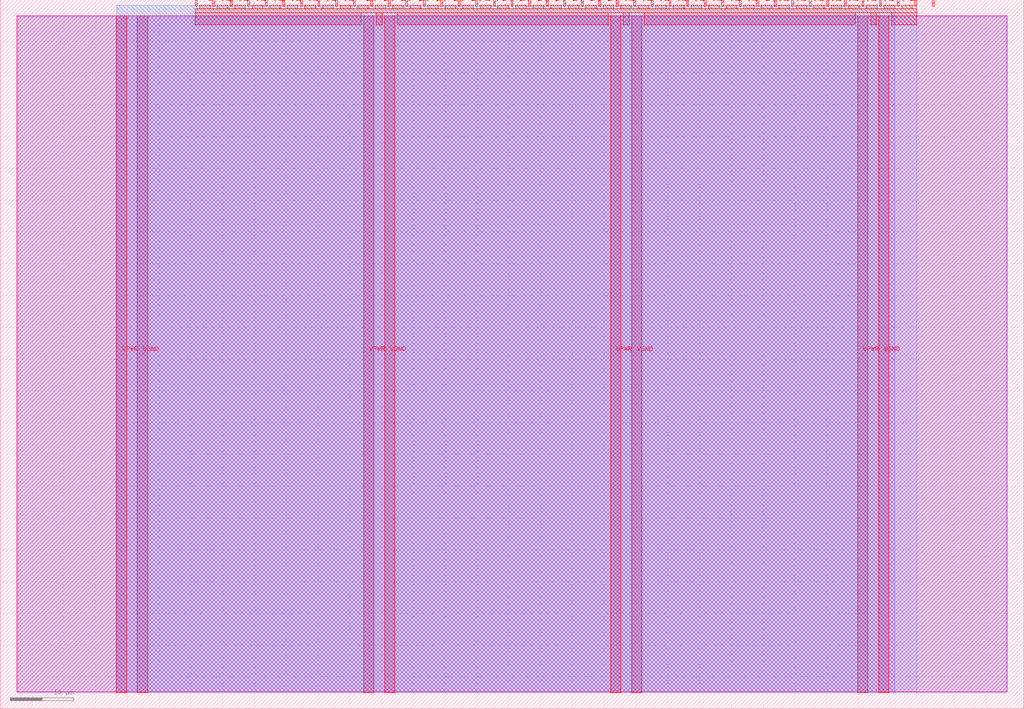
<source format=lef>
VERSION 5.7 ;
  NOWIREEXTENSIONATPIN ON ;
  DIVIDERCHAR "/" ;
  BUSBITCHARS "[]" ;
MACRO tt_um_wokwi_445256658591419393
  CLASS BLOCK ;
  FOREIGN tt_um_wokwi_445256658591419393 ;
  ORIGIN 0.000 0.000 ;
  SIZE 161.000 BY 111.520 ;
  PIN VGND
    DIRECTION INOUT ;
    USE GROUND ;
    PORT
      LAYER met4 ;
        RECT 21.580 2.480 23.180 109.040 ;
    END
    PORT
      LAYER met4 ;
        RECT 60.450 2.480 62.050 109.040 ;
    END
    PORT
      LAYER met4 ;
        RECT 99.320 2.480 100.920 109.040 ;
    END
    PORT
      LAYER met4 ;
        RECT 138.190 2.480 139.790 109.040 ;
    END
  END VGND
  PIN VPWR
    DIRECTION INOUT ;
    USE POWER ;
    PORT
      LAYER met4 ;
        RECT 18.280 2.480 19.880 109.040 ;
    END
    PORT
      LAYER met4 ;
        RECT 57.150 2.480 58.750 109.040 ;
    END
    PORT
      LAYER met4 ;
        RECT 96.020 2.480 97.620 109.040 ;
    END
    PORT
      LAYER met4 ;
        RECT 134.890 2.480 136.490 109.040 ;
    END
  END VPWR
  PIN clk
    DIRECTION INPUT ;
    USE SIGNAL ;
    ANTENNAGATEAREA 0.126000 ;
    PORT
      LAYER met4 ;
        RECT 143.830 110.520 144.130 111.520 ;
    END
  END clk
  PIN ena
    DIRECTION INPUT ;
    USE SIGNAL ;
    PORT
      LAYER met4 ;
        RECT 146.590 110.520 146.890 111.520 ;
    END
  END ena
  PIN rst_n
    DIRECTION INPUT ;
    USE SIGNAL ;
    PORT
      LAYER met4 ;
        RECT 141.070 110.520 141.370 111.520 ;
    END
  END rst_n
  PIN ui_in[0]
    DIRECTION INPUT ;
    USE SIGNAL ;
    ANTENNAGATEAREA 0.196500 ;
    PORT
      LAYER met4 ;
        RECT 138.310 110.520 138.610 111.520 ;
    END
  END ui_in[0]
  PIN ui_in[1]
    DIRECTION INPUT ;
    USE SIGNAL ;
    ANTENNAGATEAREA 0.196500 ;
    PORT
      LAYER met4 ;
        RECT 135.550 110.520 135.850 111.520 ;
    END
  END ui_in[1]
  PIN ui_in[2]
    DIRECTION INPUT ;
    USE SIGNAL ;
    ANTENNAGATEAREA 0.196500 ;
    PORT
      LAYER met4 ;
        RECT 132.790 110.520 133.090 111.520 ;
    END
  END ui_in[2]
  PIN ui_in[3]
    DIRECTION INPUT ;
    USE SIGNAL ;
    ANTENNAGATEAREA 0.196500 ;
    PORT
      LAYER met4 ;
        RECT 130.030 110.520 130.330 111.520 ;
    END
  END ui_in[3]
  PIN ui_in[4]
    DIRECTION INPUT ;
    USE SIGNAL ;
    PORT
      LAYER met4 ;
        RECT 127.270 110.520 127.570 111.520 ;
    END
  END ui_in[4]
  PIN ui_in[5]
    DIRECTION INPUT ;
    USE SIGNAL ;
    PORT
      LAYER met4 ;
        RECT 124.510 110.520 124.810 111.520 ;
    END
  END ui_in[5]
  PIN ui_in[6]
    DIRECTION INPUT ;
    USE SIGNAL ;
    PORT
      LAYER met4 ;
        RECT 121.750 110.520 122.050 111.520 ;
    END
  END ui_in[6]
  PIN ui_in[7]
    DIRECTION INPUT ;
    USE SIGNAL ;
    PORT
      LAYER met4 ;
        RECT 118.990 110.520 119.290 111.520 ;
    END
  END ui_in[7]
  PIN uio_in[0]
    DIRECTION INPUT ;
    USE SIGNAL ;
    PORT
      LAYER met4 ;
        RECT 116.230 110.520 116.530 111.520 ;
    END
  END uio_in[0]
  PIN uio_in[1]
    DIRECTION INPUT ;
    USE SIGNAL ;
    PORT
      LAYER met4 ;
        RECT 113.470 110.520 113.770 111.520 ;
    END
  END uio_in[1]
  PIN uio_in[2]
    DIRECTION INPUT ;
    USE SIGNAL ;
    PORT
      LAYER met4 ;
        RECT 110.710 110.520 111.010 111.520 ;
    END
  END uio_in[2]
  PIN uio_in[3]
    DIRECTION INPUT ;
    USE SIGNAL ;
    PORT
      LAYER met4 ;
        RECT 107.950 110.520 108.250 111.520 ;
    END
  END uio_in[3]
  PIN uio_in[4]
    DIRECTION INPUT ;
    USE SIGNAL ;
    PORT
      LAYER met4 ;
        RECT 105.190 110.520 105.490 111.520 ;
    END
  END uio_in[4]
  PIN uio_in[5]
    DIRECTION INPUT ;
    USE SIGNAL ;
    PORT
      LAYER met4 ;
        RECT 102.430 110.520 102.730 111.520 ;
    END
  END uio_in[5]
  PIN uio_in[6]
    DIRECTION INPUT ;
    USE SIGNAL ;
    PORT
      LAYER met4 ;
        RECT 99.670 110.520 99.970 111.520 ;
    END
  END uio_in[6]
  PIN uio_in[7]
    DIRECTION INPUT ;
    USE SIGNAL ;
    PORT
      LAYER met4 ;
        RECT 96.910 110.520 97.210 111.520 ;
    END
  END uio_in[7]
  PIN uio_oe[0]
    DIRECTION OUTPUT ;
    USE SIGNAL ;
    PORT
      LAYER met4 ;
        RECT 49.990 110.520 50.290 111.520 ;
    END
  END uio_oe[0]
  PIN uio_oe[1]
    DIRECTION OUTPUT ;
    USE SIGNAL ;
    PORT
      LAYER met4 ;
        RECT 47.230 110.520 47.530 111.520 ;
    END
  END uio_oe[1]
  PIN uio_oe[2]
    DIRECTION OUTPUT ;
    USE SIGNAL ;
    PORT
      LAYER met4 ;
        RECT 44.470 110.520 44.770 111.520 ;
    END
  END uio_oe[2]
  PIN uio_oe[3]
    DIRECTION OUTPUT ;
    USE SIGNAL ;
    PORT
      LAYER met4 ;
        RECT 41.710 110.520 42.010 111.520 ;
    END
  END uio_oe[3]
  PIN uio_oe[4]
    DIRECTION OUTPUT ;
    USE SIGNAL ;
    PORT
      LAYER met4 ;
        RECT 38.950 110.520 39.250 111.520 ;
    END
  END uio_oe[4]
  PIN uio_oe[5]
    DIRECTION OUTPUT ;
    USE SIGNAL ;
    PORT
      LAYER met4 ;
        RECT 36.190 110.520 36.490 111.520 ;
    END
  END uio_oe[5]
  PIN uio_oe[6]
    DIRECTION OUTPUT ;
    USE SIGNAL ;
    PORT
      LAYER met4 ;
        RECT 33.430 110.520 33.730 111.520 ;
    END
  END uio_oe[6]
  PIN uio_oe[7]
    DIRECTION OUTPUT ;
    USE SIGNAL ;
    PORT
      LAYER met4 ;
        RECT 30.670 110.520 30.970 111.520 ;
    END
  END uio_oe[7]
  PIN uio_out[0]
    DIRECTION OUTPUT ;
    USE SIGNAL ;
    PORT
      LAYER met4 ;
        RECT 72.070 110.520 72.370 111.520 ;
    END
  END uio_out[0]
  PIN uio_out[1]
    DIRECTION OUTPUT ;
    USE SIGNAL ;
    PORT
      LAYER met4 ;
        RECT 69.310 110.520 69.610 111.520 ;
    END
  END uio_out[1]
  PIN uio_out[2]
    DIRECTION OUTPUT ;
    USE SIGNAL ;
    PORT
      LAYER met4 ;
        RECT 66.550 110.520 66.850 111.520 ;
    END
  END uio_out[2]
  PIN uio_out[3]
    DIRECTION OUTPUT ;
    USE SIGNAL ;
    PORT
      LAYER met4 ;
        RECT 63.790 110.520 64.090 111.520 ;
    END
  END uio_out[3]
  PIN uio_out[4]
    DIRECTION OUTPUT ;
    USE SIGNAL ;
    PORT
      LAYER met4 ;
        RECT 61.030 110.520 61.330 111.520 ;
    END
  END uio_out[4]
  PIN uio_out[5]
    DIRECTION OUTPUT ;
    USE SIGNAL ;
    PORT
      LAYER met4 ;
        RECT 58.270 110.520 58.570 111.520 ;
    END
  END uio_out[5]
  PIN uio_out[6]
    DIRECTION OUTPUT ;
    USE SIGNAL ;
    PORT
      LAYER met4 ;
        RECT 55.510 110.520 55.810 111.520 ;
    END
  END uio_out[6]
  PIN uio_out[7]
    DIRECTION OUTPUT ;
    USE SIGNAL ;
    PORT
      LAYER met4 ;
        RECT 52.750 110.520 53.050 111.520 ;
    END
  END uio_out[7]
  PIN uo_out[0]
    DIRECTION OUTPUT ;
    USE SIGNAL ;
    ANTENNADIFFAREA 0.445500 ;
    PORT
      LAYER met4 ;
        RECT 94.150 110.520 94.450 111.520 ;
    END
  END uo_out[0]
  PIN uo_out[1]
    DIRECTION OUTPUT ;
    USE SIGNAL ;
    ANTENNADIFFAREA 0.445500 ;
    PORT
      LAYER met4 ;
        RECT 91.390 110.520 91.690 111.520 ;
    END
  END uo_out[1]
  PIN uo_out[2]
    DIRECTION OUTPUT ;
    USE SIGNAL ;
    ANTENNADIFFAREA 0.795200 ;
    PORT
      LAYER met4 ;
        RECT 88.630 110.520 88.930 111.520 ;
    END
  END uo_out[2]
  PIN uo_out[3]
    DIRECTION OUTPUT ;
    USE SIGNAL ;
    PORT
      LAYER met4 ;
        RECT 85.870 110.520 86.170 111.520 ;
    END
  END uo_out[3]
  PIN uo_out[4]
    DIRECTION OUTPUT ;
    USE SIGNAL ;
    PORT
      LAYER met4 ;
        RECT 83.110 110.520 83.410 111.520 ;
    END
  END uo_out[4]
  PIN uo_out[5]
    DIRECTION OUTPUT ;
    USE SIGNAL ;
    PORT
      LAYER met4 ;
        RECT 80.350 110.520 80.650 111.520 ;
    END
  END uo_out[5]
  PIN uo_out[6]
    DIRECTION OUTPUT ;
    USE SIGNAL ;
    PORT
      LAYER met4 ;
        RECT 77.590 110.520 77.890 111.520 ;
    END
  END uo_out[6]
  PIN uo_out[7]
    DIRECTION OUTPUT ;
    USE SIGNAL ;
    PORT
      LAYER met4 ;
        RECT 74.830 110.520 75.130 111.520 ;
    END
  END uo_out[7]
  OBS
      LAYER nwell ;
        RECT 2.570 2.635 158.430 108.990 ;
      LAYER li1 ;
        RECT 2.760 2.635 158.240 108.885 ;
      LAYER met1 ;
        RECT 2.760 2.480 158.240 109.040 ;
      LAYER met2 ;
        RECT 18.310 2.535 140.670 110.685 ;
      LAYER met3 ;
        RECT 18.290 2.555 144.170 110.665 ;
      LAYER met4 ;
        RECT 31.370 110.120 33.030 110.665 ;
        RECT 34.130 110.120 35.790 110.665 ;
        RECT 36.890 110.120 38.550 110.665 ;
        RECT 39.650 110.120 41.310 110.665 ;
        RECT 42.410 110.120 44.070 110.665 ;
        RECT 45.170 110.120 46.830 110.665 ;
        RECT 47.930 110.120 49.590 110.665 ;
        RECT 50.690 110.120 52.350 110.665 ;
        RECT 53.450 110.120 55.110 110.665 ;
        RECT 56.210 110.120 57.870 110.665 ;
        RECT 58.970 110.120 60.630 110.665 ;
        RECT 61.730 110.120 63.390 110.665 ;
        RECT 64.490 110.120 66.150 110.665 ;
        RECT 67.250 110.120 68.910 110.665 ;
        RECT 70.010 110.120 71.670 110.665 ;
        RECT 72.770 110.120 74.430 110.665 ;
        RECT 75.530 110.120 77.190 110.665 ;
        RECT 78.290 110.120 79.950 110.665 ;
        RECT 81.050 110.120 82.710 110.665 ;
        RECT 83.810 110.120 85.470 110.665 ;
        RECT 86.570 110.120 88.230 110.665 ;
        RECT 89.330 110.120 90.990 110.665 ;
        RECT 92.090 110.120 93.750 110.665 ;
        RECT 94.850 110.120 96.510 110.665 ;
        RECT 97.610 110.120 99.270 110.665 ;
        RECT 100.370 110.120 102.030 110.665 ;
        RECT 103.130 110.120 104.790 110.665 ;
        RECT 105.890 110.120 107.550 110.665 ;
        RECT 108.650 110.120 110.310 110.665 ;
        RECT 111.410 110.120 113.070 110.665 ;
        RECT 114.170 110.120 115.830 110.665 ;
        RECT 116.930 110.120 118.590 110.665 ;
        RECT 119.690 110.120 121.350 110.665 ;
        RECT 122.450 110.120 124.110 110.665 ;
        RECT 125.210 110.120 126.870 110.665 ;
        RECT 127.970 110.120 129.630 110.665 ;
        RECT 130.730 110.120 132.390 110.665 ;
        RECT 133.490 110.120 135.150 110.665 ;
        RECT 136.250 110.120 137.910 110.665 ;
        RECT 139.010 110.120 140.670 110.665 ;
        RECT 141.770 110.120 143.430 110.665 ;
        RECT 30.655 109.440 144.145 110.120 ;
        RECT 30.655 107.615 56.750 109.440 ;
        RECT 59.150 107.615 60.050 109.440 ;
        RECT 62.450 107.615 95.620 109.440 ;
        RECT 98.020 107.615 98.920 109.440 ;
        RECT 101.320 107.615 134.490 109.440 ;
        RECT 136.890 107.615 137.790 109.440 ;
        RECT 140.190 107.615 144.145 109.440 ;
  END
END tt_um_wokwi_445256658591419393
END LIBRARY


</source>
